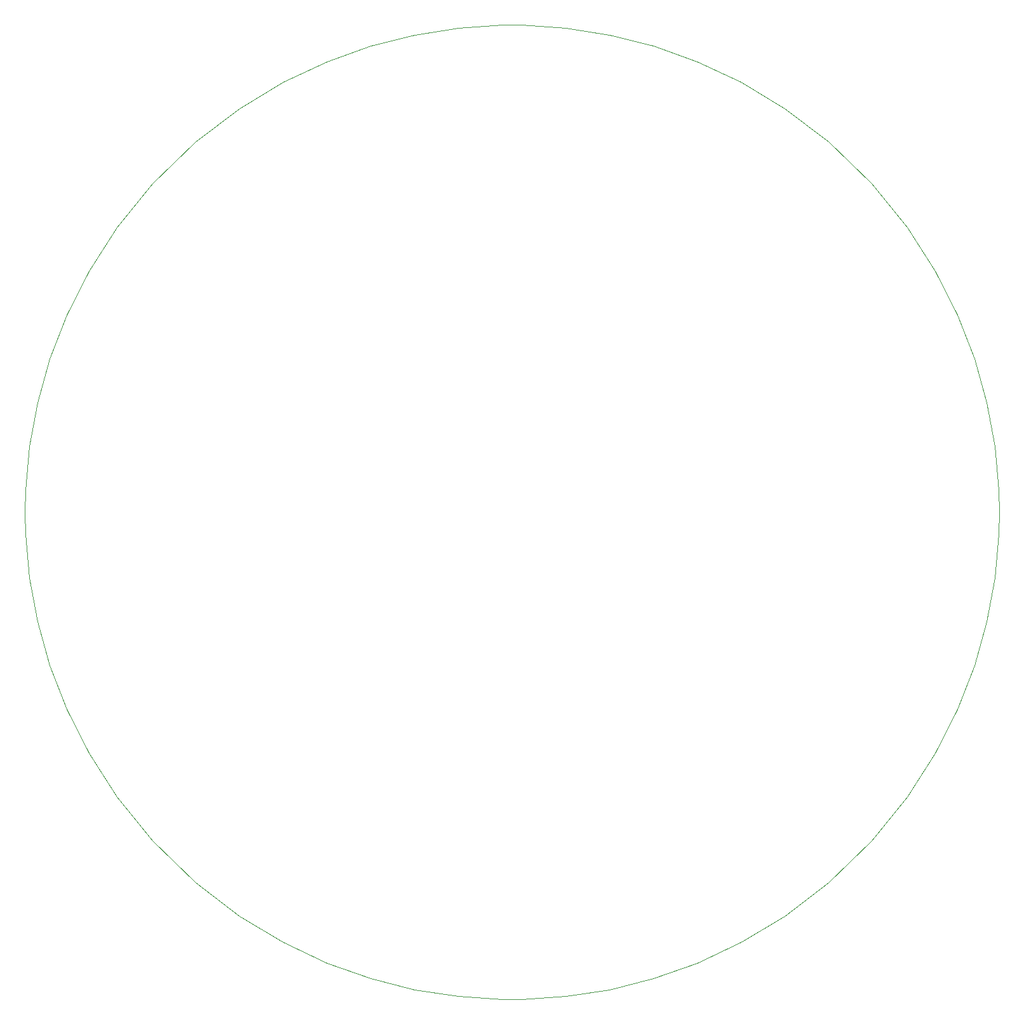
<source format=gbr>
G04 PROTEUS GERBER X2 FILE*
%TF.GenerationSoftware,Labcenter,Proteus,8.17-SP2-Build37159*%
%TF.CreationDate,2024-06-19T13:44:36+00:00*%
%TF.FileFunction,NonPlated,1,2,NPTH*%
%TF.FilePolarity,Positive*%
%TF.Part,Single*%
%TF.SameCoordinates,{1d89ed81-d2fc-43df-ac84-501309ecc539}*%
%FSLAX45Y45*%
%MOMM*%
G01*
%TA.AperFunction,Profile*%
%ADD71C,0.101600*%
%TD.AperFunction*%
D71*
X+6517204Y-40000D02*
X+6510628Y+252247D01*
X+6457778Y+836742D01*
X+6350754Y+1421237D01*
X+6186737Y+2005732D01*
X+5961007Y+2590227D01*
X+5666169Y+3174722D01*
X+5290637Y+3759217D01*
X+4815490Y+4343712D01*
X+4240227Y+4899974D01*
X+3655732Y+5344711D01*
X+3071237Y+5696167D01*
X+2486742Y+5970727D01*
X+1902247Y+6178586D01*
X+1317752Y+6326278D01*
X+733257Y+6417935D01*
X+148762Y+6455928D01*
X+20000Y+6457204D01*
X-6477204Y-40000D02*
X-6470628Y+252247D01*
X-6417778Y+836742D01*
X-6310754Y+1421237D01*
X-6146737Y+2005732D01*
X-5921007Y+2590227D01*
X-5626169Y+3174722D01*
X-5250637Y+3759217D01*
X-4775490Y+4343712D01*
X-4200227Y+4899974D01*
X-3615732Y+5344711D01*
X-3031237Y+5696167D01*
X-2446742Y+5970727D01*
X-1862247Y+6178586D01*
X-1277752Y+6326278D01*
X-693257Y+6417935D01*
X-108762Y+6455928D01*
X+20000Y+6457204D01*
X-6477204Y-40000D02*
X-6470628Y-332247D01*
X-6417778Y-916742D01*
X-6310754Y-1501237D01*
X-6146737Y-2085732D01*
X-5921007Y-2670227D01*
X-5626169Y-3254722D01*
X-5250637Y-3839217D01*
X-4775490Y-4423712D01*
X-4200227Y-4979974D01*
X-3615732Y-5424711D01*
X-3031237Y-5776167D01*
X-2446742Y-6050727D01*
X-1862247Y-6258586D01*
X-1277752Y-6406278D01*
X-693257Y-6497935D01*
X-108762Y-6535928D01*
X+20000Y-6537204D01*
X+6517204Y-40000D02*
X+6510628Y-332247D01*
X+6457778Y-916742D01*
X+6350754Y-1501237D01*
X+6186737Y-2085732D01*
X+5961007Y-2670227D01*
X+5666169Y-3254722D01*
X+5290637Y-3839217D01*
X+4815490Y-4423712D01*
X+4240227Y-4979974D01*
X+3655732Y-5424711D01*
X+3071237Y-5776167D01*
X+2486742Y-6050727D01*
X+1902247Y-6258586D01*
X+1317752Y-6406278D01*
X+733257Y-6497935D01*
X+148762Y-6535928D01*
X+20000Y-6537204D01*
M02*

</source>
